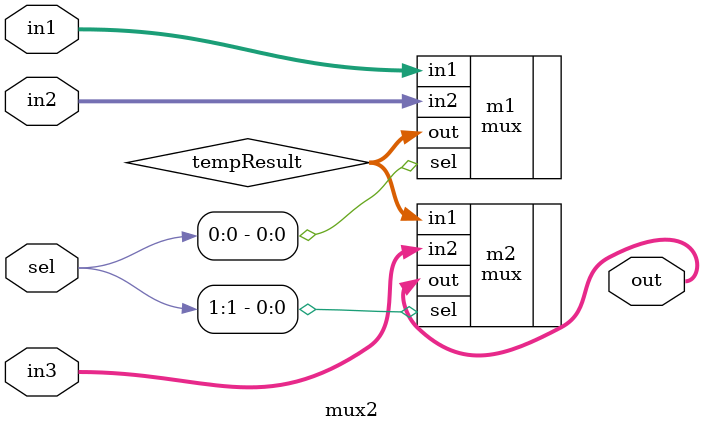
<source format=v>
`timescale 1ns / 1ps
module mux2(
  input [31:0] in1,
  input [31:0] in2, 
  input [31:0]  in3, 
  input [1:0] sel,
  output [31:0] out
);
  wire [31:0] tempResult;
  mux m1 (.in1(in1), .in2(in2), .sel(sel[0]), .out(tempResult));
  mux m2 (.in1(tempResult), .in2(in3), .sel(sel[1]), .out(out));
endmodule 

</source>
